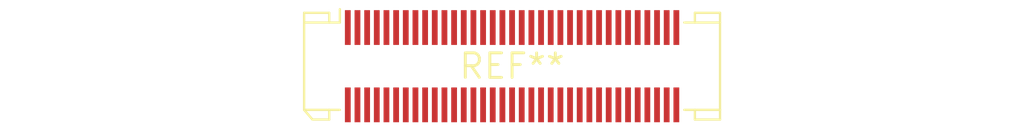
<source format=kicad_pcb>
(kicad_pcb (version 20240108) (generator pcbnew)
  (layers (0 "F.Cu" signal) (31 "B.Cu" signal) (34 "B.Paste" user) (35 "F.Paste" user) (36 "B.SilkS" user "B.Silkscreen") (37 "F.SilkS" user "F.Silkscreen") (38 "B.Mask" user) (39 "F.Mask" user) (44 "Edge.Cuts" user))
  (net 0 "")
  (footprint "Molex_SlimStack_52991-0708_2x35_P0.50mm_Vertical" (layer "F.Cu") (at 0 0)
    (property "Reference" "REF**")
    (property "Value" "Molex_SlimStack_52991-0708_2x35_P0.50mm_Vertical")
    (fp_line (start -10.76 -2.76) (end -9.46 -2.76) (layer "F.SilkS") (stroke (width 0.12)))
    (fp_line (start -10.76 -2.26) (end -10.76 -2.76) (layer "F.SilkS") (stroke (width 0.12)))
    (fp_line (start -10.76 -2.26) (end -8.91 -2.26) (layer "F.SilkS") (stroke (width 0.12)))
    (fp_line (start -10.76 2.26) (end -10.76 -2.26) (layer "F.SilkS") (stroke (width 0.12)))
    (fp_line (start -10.76 2.26) (end -10.326667 2.76) (layer "F.SilkS") (stroke (width 0.12)))
    (fp_line (start -10.326667 2.76) (end -9.46 2.76) (layer "F.SilkS") (stroke (width 0.12)))
    (fp_line (start -9.46 -2.76) (end -9.46 -2.26) (layer "F.SilkS") (stroke (width 0.12)))
    (fp_line (start -9.46 2.76) (end -9.46 2.26) (layer "F.SilkS") (stroke (width 0.12)))
    (fp_line (start -8.91 -2.26) (end -8.91 -2.95) (layer "F.SilkS") (stroke (width 0.12)))
    (fp_line (start -8.91 2.26) (end -10.76 2.26) (layer "F.SilkS") (stroke (width 0.12)))
    (fp_line (start 8.91 2.26) (end 10.76 2.26) (layer "F.SilkS") (stroke (width 0.12)))
    (fp_line (start 9.46 -2.76) (end 9.46 -2.26) (layer "F.SilkS") (stroke (width 0.12)))
    (fp_line (start 9.46 2.76) (end 9.46 2.26) (layer "F.SilkS") (stroke (width 0.12)))
    (fp_line (start 10.76 -2.76) (end 9.46 -2.76) (layer "F.SilkS") (stroke (width 0.12)))
    (fp_line (start 10.76 -2.26) (end 8.91 -2.26) (layer "F.SilkS") (stroke (width 0.12)))
    (fp_line (start 10.76 -2.26) (end 10.76 -2.76) (layer "F.SilkS") (stroke (width 0.12)))
    (fp_line (start 10.76 2.26) (end 10.76 -2.26) (layer "F.SilkS") (stroke (width 0.12)))
    (fp_line (start 10.76 2.26) (end 10.76 2.76) (layer "F.SilkS") (stroke (width 0.12)))
    (fp_line (start 10.76 2.76) (end 9.46 2.76) (layer "F.SilkS") (stroke (width 0.12)))
    (pad "1" smd rect (at -8.5 -2) (size 0.3 1.8) (layers "F.Cu" "F.Paste" "F.Mask"))
    (pad "2" smd rect (at -8.5 2) (size 0.3 1.8) (layers "F.Cu" "F.Paste" "F.Mask"))
    (pad "3" smd rect (at -8 -2) (size 0.3 1.8) (layers "F.Cu" "F.Paste" "F.Mask"))
    (pad "4" smd rect (at -8 2) (size 0.3 1.8) (layers "F.Cu" "F.Paste" "F.Mask"))
    (pad "5" smd rect (at -7.5 -2) (size 0.3 1.8) (layers "F.Cu" "F.Paste" "F.Mask"))
    (pad "6" smd rect (at -7.5 2) (size 0.3 1.8) (layers "F.Cu" "F.Paste" "F.Mask"))
    (pad "7" smd rect (at -7 -2) (size 0.3 1.8) (layers "F.Cu" "F.Paste" "F.Mask"))
    (pad "8" smd rect (at -7 2) (size 0.3 1.8) (layers "F.Cu" "F.Paste" "F.Mask"))
    (pad "9" smd rect (at -6.5 -2) (size 0.3 1.8) (layers "F.Cu" "F.Paste" "F.Mask"))
    (pad "10" smd rect (at -6.5 2) (size 0.3 1.8) (layers "F.Cu" "F.Paste" "F.Mask"))
    (pad "11" smd rect (at -6 -2) (size 0.3 1.8) (layers "F.Cu" "F.Paste" "F.Mask"))
    (pad "12" smd rect (at -6 2) (size 0.3 1.8) (layers "F.Cu" "F.Paste" "F.Mask"))
    (pad "13" smd rect (at -5.5 -2) (size 0.3 1.8) (layers "F.Cu" "F.Paste" "F.Mask"))
    (pad "14" smd rect (at -5.5 2) (size 0.3 1.8) (layers "F.Cu" "F.Paste" "F.Mask"))
    (pad "15" smd rect (at -5 -2) (size 0.3 1.8) (layers "F.Cu" "F.Paste" "F.Mask"))
    (pad "16" smd rect (at -5 2) (size 0.3 1.8) (layers "F.Cu" "F.Paste" "F.Mask"))
    (pad "17" smd rect (at -4.5 -2) (size 0.3 1.8) (layers "F.Cu" "F.Paste" "F.Mask"))
    (pad "18" smd rect (at -4.5 2) (size 0.3 1.8) (layers "F.Cu" "F.Paste" "F.Mask"))
    (pad "19" smd rect (at -4 -2) (size 0.3 1.8) (layers "F.Cu" "F.Paste" "F.Mask"))
    (pad "20" smd rect (at -4 2) (size 0.3 1.8) (layers "F.Cu" "F.Paste" "F.Mask"))
    (pad "21" smd rect (at -3.5 -2) (size 0.3 1.8) (layers "F.Cu" "F.Paste" "F.Mask"))
    (pad "22" smd rect (at -3.5 2) (size 0.3 1.8) (layers "F.Cu" "F.Paste" "F.Mask"))
    (pad "23" smd rect (at -3 -2) (size 0.3 1.8) (layers "F.Cu" "F.Paste" "F.Mask"))
    (pad "24" smd rect (at -3 2) (size 0.3 1.8) (layers "F.Cu" "F.Paste" "F.Mask"))
    (pad "25" smd rect (at -2.5 -2) (size 0.3 1.8) (layers "F.Cu" "F.Paste" "F.Mask"))
    (pad "26" smd rect (at -2.5 2) (size 0.3 1.8) (layers "F.Cu" "F.Paste" "F.Mask"))
    (pad "27" smd rect (at -2 -2) (size 0.3 1.8) (layers "F.Cu" "F.Paste" "F.Mask"))
    (pad "28" smd rect (at -2 2) (size 0.3 1.8) (layers "F.Cu" "F.Paste" "F.Mask"))
    (pad "29" smd rect (at -1.5 -2) (size 0.3 1.8) (layers "F.Cu" "F.Paste" "F.Mask"))
    (pad "30" smd rect (at -1.5 2) (size 0.3 1.8) (layers "F.Cu" "F.Paste" "F.Mask"))
    (pad "31" smd rect (at -1 -2) (size 0.3 1.8) (layers "F.Cu" "F.Paste" "F.Mask"))
    (pad "32" smd rect (at -1 2) (size 0.3 1.8) (layers "F.Cu" "F.Paste" "F.Mask"))
    (pad "33" smd rect (at -0.5 -2) (size 0.3 1.8) (layers "F.Cu" "F.Paste" "F.Mask"))
    (pad "34" smd rect (at -0.5 2) (size 0.3 1.8) (layers "F.Cu" "F.Paste" "F.Mask"))
    (pad "35" smd rect (at 0 -2) (size 0.3 1.8) (layers "F.Cu" "F.Paste" "F.Mask"))
    (pad "36" smd rect (at 0 2) (size 0.3 1.8) (layers "F.Cu" "F.Paste" "F.Mask"))
    (pad "37" smd rect (at 0.5 -2) (size 0.3 1.8) (layers "F.Cu" "F.Paste" "F.Mask"))
    (pad "38" smd rect (at 0.5 2) (size 0.3 1.8) (layers "F.Cu" "F.Paste" "F.Mask"))
    (pad "39" smd rect (at 1 -2) (size 0.3 1.8) (layers "F.Cu" "F.Paste" "F.Mask"))
    (pad "40" smd rect (at 1 2) (size 0.3 1.8) (layers "F.Cu" "F.Paste" "F.Mask"))
    (pad "41" smd rect (at 1.5 -2) (size 0.3 1.8) (layers "F.Cu" "F.Paste" "F.Mask"))
    (pad "42" smd rect (at 1.5 2) (size 0.3 1.8) (layers "F.Cu" "F.Paste" "F.Mask"))
    (pad "43" smd rect (at 2 -2) (size 0.3 1.8) (layers "F.Cu" "F.Paste" "F.Mask"))
    (pad "44" smd rect (at 2 2) (size 0.3 1.8) (layers "F.Cu" "F.Paste" "F.Mask"))
    (pad "45" smd rect (at 2.5 -2) (size 0.3 1.8) (layers "F.Cu" "F.Paste" "F.Mask"))
    (pad "46" smd rect (at 2.5 2) (size 0.3 1.8) (layers "F.Cu" "F.Paste" "F.Mask"))
    (pad "47" smd rect (at 3 -2) (size 0.3 1.8) (layers "F.Cu" "F.Paste" "F.Mask"))
    (pad "48" smd rect (at 3 2) (size 0.3 1.8) (layers "F.Cu" "F.Paste" "F.Mask"))
    (pad "49" smd rect (at 3.5 -2) (size 0.3 1.8) (layers "F.Cu" "F.Paste" "F.Mask"))
    (pad "50" smd rect (at 3.5 2) (size 0.3 1.8) (layers "F.Cu" "F.Paste" "F.Mask"))
    (pad "51" smd rect (at 4 -2) (size 0.3 1.8) (layers "F.Cu" "F.Paste" "F.Mask"))
    (pad "52" smd rect (at 4 2) (size 0.3 1.8) (layers "F.Cu" "F.Paste" "F.Mask"))
    (pad "53" smd rect (at 4.5 -2) (size 0.3 1.8) (layers "F.Cu" "F.Paste" "F.Mask"))
    (pad "54" smd rect (at 4.5 2) (size 0.3 1.8) (layers "F.Cu" "F.Paste" "F.Mask"))
    (pad "55" smd rect (at 5 -2) (size 0.3 1.8) (layers "F.Cu" "F.Paste" "F.Mask"))
    (pad "56" smd rect (at 5 2) (size 0.3 1.8) (layers "F.Cu" "F.Paste" "F.Mask"))
    (pad "57" smd rect (at 5.5 -2) (size 0.3 1.8) (layers "F.Cu" "F.Paste" "F.Mask"))
    (pad "58" smd rect (at 5.5 2) (size 0.3 1.8) (layers "F.Cu" "F.Paste" "F.Mask"))
    (pad "59" smd rect (at 6 -2) (size 0.3 1.8) (layers "F.Cu" "F.Paste" "F.Mask"))
    (pad "60" smd rect (at 6 2) (size 0.3 1.8) (layers "F.Cu" "F.Paste" "F.Mask"))
    (pad "61" smd rect (at 6.5 -2) (size 0.3 1.8) (layers "F.Cu" "F.Paste" "F.Mask"))
    (pad "62" smd rect (at 6.5 2) (size 0.3 1.8) (layers "F.Cu" "F.Paste" "F.Mask"))
    (pad "63" smd rect (at 7 -2) (size 0.3 1.8) (layers "F.Cu" "F.Paste" "F.Mask"))
    (pad "64" smd rect (at 7 2) (size 0.3 1.8) (layers "F.Cu" "F.Paste" "F.Mask"))
    (pad "65" smd rect (at 7.5 -2) (size 0.3 1.8) (layers "F.Cu" "F.Paste" "F.Mask"))
    (pad "66" smd rect (at 7.5 2) (size 0.3 1.8) (layers "F.Cu" "F.Paste" "F.Mask"))
    (pad "67" smd rect (at 8 -2) (size 0.3 1.8) (layers "F.Cu" "F.Paste" "F.Mask"))
    (pad "68" smd rect (at 8 2) (size 0.3 1.8) (layers "F.Cu" "F.Paste" "F.Mask"))
    (pad "69" smd rect (at 8.5 -2) (size 0.3 1.8) (layers "F.Cu" "F.Paste" "F.Mask"))
    (pad "70" smd rect (at 8.5 2) (size 0.3 1.8) (layers "F.Cu" "F.Paste" "F.Mask"))
  )
)
</source>
